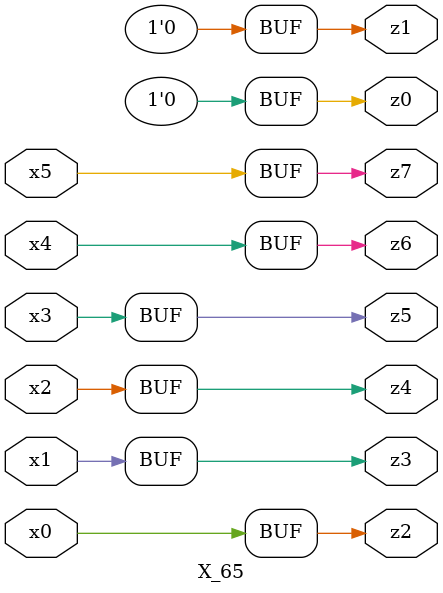
<source format=v>

module X_65 ( 
    x0, x1, x2, x3, x4, x5,
    z0, z1, z2, z3, z4, z5, z6, z7  );
  input  x0, x1, x2, x3, x4, x5;
  output z0, z1, z2, z3, z4, z5, z6, z7;
  assign z0 = 1'b0;
  assign z1 = 1'b0;
  assign z2 = x0;
  assign z3 = x1;
  assign z4 = x2;
  assign z5 = x3;
  assign z6 = x4;
  assign z7 = x5;
endmodule



</source>
